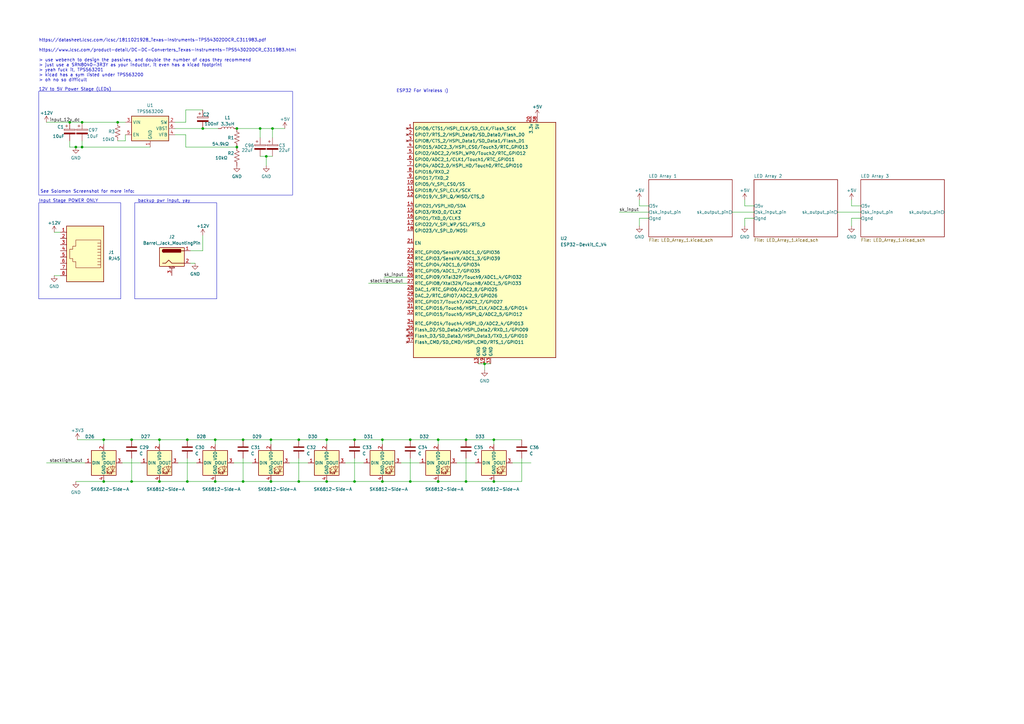
<source format=kicad_sch>
(kicad_sch (version 20230121) (generator eeschema)
  (paper "A3")
  (title_block (title "Team Segment Timer") (date "2023-05-06") (rev "0.1b") (company "Garden State Combat Robotics League"))
  (lib_symbols
    (symbol "Connector:RJ45" (pin_names (offset 1.016))
      (property "Reference" "J" (at -5.08 13.97 0))
      (property "Value" "RJ45" (at 2.54 13.97 0))
      (symbol "RJ45_0_1"
        (polyline (pts (xy -5.08 4.445) (xy -6.35 4.445)))
        (polyline (pts (xy -5.08 5.715) (xy -6.35 5.715)))
        (polyline (pts (xy -6.35 -3.175) (xy -5.08 -3.175) (xy -5.08 -3.175)))
        (polyline (pts (xy -6.35 -1.905) (xy -5.08 -1.905) (xy -5.08 -1.905)))
        (polyline (pts (xy -6.35 -0.635) (xy -5.08 -0.635) (xy -5.08 -0.635)))
        (polyline (pts (xy -6.35 0.635) (xy -5.08 0.635) (xy -5.08 0.635)))
        (polyline (pts (xy -6.35 1.905) (xy -5.08 1.905) (xy -5.08 1.905)))
        (polyline (pts (xy -5.08 3.175) (xy -6.35 3.175) (xy -6.35 3.175)))
        (polyline (pts (xy -6.35 -4.445) (xy -6.35 6.985) (xy 3.81 6.985) (xy 3.81 4.445) (xy 5.08 4.445) (xy 5.08 3.175) (xy 6.35 3.175) (xy 6.35 -0.635) (xy 5.08 -0.635) (xy 5.08 -1.905) (xy 3.81 -1.905) (xy 3.81 -4.445) (xy -6.35 -4.445) (xy -6.35 -4.445)))
        (rectangle (start 7.62 12.7) (end -7.62 -10.16) (stroke (width 0.254)) (fill (type background)))
      )
      (symbol "RJ45_1_1"
        (pin passive line (at 10.16 -7.62 180) (length 2.54) (name "~") (number "1"))
        (pin passive line (at 10.16 -5.08 180) (length 2.54) (name "~") (number "2"))
        (pin passive line (at 10.16 -2.54 180) (length 2.54) (name "~") (number "3"))
        (pin passive line (at 10.16 0 180) (length 2.54) (name "~") (number "4"))
        (pin passive line (at 10.16 2.54 180) (length 2.54) (name "~") (number "5"))
        (pin passive line (at 10.16 5.08 180) (length 2.54) (name "~") (number "6"))
        (pin passive line (at 10.16 7.62 180) (length 2.54) (name "~") (number "7"))
        (pin passive line (at 10.16 10.16 180) (length 2.54) (name "~") (number "8"))
      )
    )
    (symbol "Device:C" (pin_numbers hide) (pin_names (offset 0.254))
      (property "Reference" "C" (at 0.635 2.54 0))
      (property "Value" "C" (at 0.635 -2.54 0))
      (symbol "C_0_1"
        (polyline (pts (xy -2.032 -0.762) (xy 2.032 -0.762)) (stroke (width 0.508)))
        (polyline (pts (xy -2.032 0.762) (xy 2.032 0.762)) (stroke (width 0.508)))
      )
      (symbol "C_1_1"
        (pin passive line (at 0 3.81 270) (length 2.794) (name "~") (number "1"))
        (pin passive line (at 0 -3.81 90) (length 2.794) (name "~") (number "2"))
      )
    )
    (symbol "Device:C_Polarized" (pin_numbers hide) (pin_names (offset 0.254))
      (property "Reference" "C" (at 0.635 2.54 0))
      (property "Value" "C_Polarized" (at 0.635 -2.54 0))
      (symbol "C_Polarized_0_1"
        (rectangle (start -2.286 0.508) (end 2.286 1.016))
        (polyline (pts (xy -1.778 2.286) (xy -0.762 2.286)))
        (polyline (pts (xy -1.27 2.794) (xy -1.27 1.778)))
        (rectangle (start 2.286 -0.508) (end -2.286 -1.016) (fill (type outline)))
      )
      (symbol "C_Polarized_1_1"
        (pin passive line (at 0 3.81 270) (length 2.794) (name "~") (number "1"))
        (pin passive line (at 0 -3.81 90) (length 2.794) (name "~") (number "2"))
      )
    )
    (symbol "Device:L" (pin_numbers hide) (pin_names (offset 1.016) hide)
      (property "Reference" "L" (at -1.27 0 90))
      (property "Value" "L" (at 1.905 0 90))
      (symbol "L_0_1"
        (arc (start 0 -2.54) (mid 0.6323 -1.905) (end 0 -1.27))
        (arc (start 0 -1.27) (mid 0.6323 -0.635) (end 0 0))
        (arc (start 0 0) (mid 0.6323 0.635) (end 0 1.27))
        (arc (start 0 1.27) (mid 0.6323 1.905) (end 0 2.54))
      )
      (symbol "L_1_1"
        (pin passive line (at 0 3.81 270) (length 1.27) (name "1") (number "1"))
        (pin passive line (at 0 -3.81 90) (length 1.27) (name "2") (number "2"))
      )
    )
    (symbol "Device:R_US" (pin_numbers hide) (pin_names (offset 0))
      (property "Reference" "R" (at 2.54 0 90))
      (property "Value" "R_US" (at -2.54 0 90))
      (symbol "R_US_0_1"
        (polyline (pts (xy 0 -2.286) (xy 0 -2.54)))
        (polyline (pts (xy 0 2.286) (xy 0 2.54)))
        (polyline (pts (xy 0 -0.762) (xy 1.016 -1.143) (xy 0 -1.524) (xy -1.016 -1.905) (xy 0 -2.286)))
        (polyline (pts (xy 0 0.762) (xy 1.016 0.381) (xy 0 0) (xy -1.016 -0.381) (xy 0 -0.762)))
        (polyline (pts (xy 0 2.286) (xy 1.016 1.905) (xy 0 1.524) (xy -1.016 1.143) (xy 0 0.762)))
      )
      (symbol "R_US_1_1"
        (pin passive line (at 0 3.81 270) (length 1.27) (name "~") (number "1"))
        (pin passive line (at 0 -3.81 90) (length 1.27) (name "~") (number "2"))
      )
    )
    (symbol "Regulator_Switching:TPS563200"
      (property "Reference" "U" (at -7.62 6.35 0))
      (property "Value" "TPS563200" (at -2.54 6.35 0))
      (symbol "TPS563200_0_1"
        (rectangle (start -7.62 5.08) (end 7.62 -5.08) (stroke (width 0.254)) (fill (type background)))
      )
      (symbol "TPS563200_1_1"
        (pin power_in line (at 0 -7.62 90) (length 2.54) (name "GND") (number "1"))
        (pin output line (at 10.16 2.54 180) (length 2.54) (name "SW") (number "2"))
        (pin power_in line (at -10.16 2.54 0) (length 2.54) (name "VIN") (number "3"))
        (pin input line (at 10.16 -2.54 180) (length 2.54) (name "VFB") (number "4"))
        (pin input line (at -10.16 -2.54 0) (length 2.54) (name "EN") (number "5"))
        (pin passive line (at 10.16 0 180) (length 2.54) (name "VBST") (number "6"))
      )
    )
    (symbol "power:+12V" (power) (pin_names (offset 0))
      (property "Value" "+12V" (at 0 3.556 0))
      (symbol "+12V_0_1"
        (polyline (pts (xy -0.762 1.27) (xy 0 2.54)))
        (polyline (pts (xy 0 0) (xy 0 2.54)))
        (polyline (pts (xy 0 2.54) (xy 0.762 1.27)))
      )
      (symbol "+12V_1_1"
        (pin power_in line (at 0 0 90) (length 0) hide (name "+12V") (number "1"))
      )
    )
    (symbol "power:+3V3" (power) (pin_names (offset 0))
      (property "Value" "+3V3" (at 0 3.556 0))
      (symbol "+3V3_0_1"
        (polyline (pts (xy -0.762 1.27) (xy 0 2.54)))
        (polyline (pts (xy 0 0) (xy 0 2.54)))
        (polyline (pts (xy 0 2.54) (xy 0.762 1.27)))
      )
      (symbol "+3V3_1_1"
        (pin power_in line (at 0 0 90) (length 0) hide (name "+3V3") (number "1"))
      )
    )
    (symbol "power:+5V" (power) (pin_names (offset 0))
      (property "Value" "+5V" (at 0 3.556 0))
      (symbol "+5V_0_1"
        (polyline (pts (xy -0.762 1.27) (xy 0 2.54)))
        (polyline (pts (xy 0 0) (xy 0 2.54)))
        (polyline (pts (xy 0 2.54) (xy 0.762 1.27)))
      )
      (symbol "+5V_1_1"
        (pin power_in line (at 0 0 90) (length 0) hide (name "+5V") (number "1"))
      )
    )
    (symbol "power:GND" (power) (pin_names (offset 0))
      (property "Value" "GND" (at 0 -3.81 0))
      (symbol "GND_0_1"
        (polyline (pts (xy 0 0) (xy 0 -1.27) (xy 1.27 -1.27) (xy 0 -2.54) (xy -1.27 -1.27) (xy 0 -1.27)))
      )
      (symbol "GND_1_1"
        (pin power_in line (at 0 0 270) (length 0) hide (name "GND") (number "1"))
      )
    )
    (symbol "symbols:Barrel_Jack_MountingPin" (pin_names hide)
      (property "Reference" "J" (at 0 5.334 0))
      (property "Value" "Barrel_Jack_MountingPin" (at 1.27 -6.35 0))
      (symbol "Barrel_Jack_MountingPin_0_1"
        (rectangle (start -5.08 3.81) (end 5.08 -3.81) (stroke (width 0.254)) (fill (type background)))
        (arc (start -3.302 3.175) (mid -3.9343 2.54) (end -3.302 1.905) (stroke (width 0.254)))
        (arc (start -3.302 3.175) (mid -3.9343 2.54) (end -3.302 1.905) (stroke (width 0.254)) (fill (type outline)))
        (polyline (pts (xy 5.08 2.54) (xy 3.81 2.54)) (stroke (width 0.254)))
        (polyline (pts (xy -3.81 -2.54) (xy -2.54 -2.54) (xy -1.27 -1.27) (xy 0 -2.54) (xy 2.54 -2.54) (xy 5.08 -2.54)) (stroke (width 0.254)))
        (rectangle (start 3.683 3.175) (end -3.302 1.905) (stroke (width 0.254)) (fill (type outline)))
      )
      (symbol "Barrel_Jack_MountingPin_1_1"
        (polyline (pts (xy -1.016 -4.572) (xy 1.016 -4.572)) (stroke (width 0.1524)))
        (text "Mounting" (at 0 -4.191 0) (effects (font (size 0.381 0.381))))
        (pin passive line (at 7.62 2.54 180) (length 2.54) (name "~") (number "1"))
        (pin passive line (at 7.62 -2.54 180) (length 2.54) (name "~") (number "2"))
        (pin passive line (at 0 -7.62 90) (length 3.048) (name "MountPin") (number "3"))
      )
    )
    (symbol "symbols:ESP32-Devkit_C_V4"
      (property "Reference" "U3" (at 48.26 -19.685 0))
      (property "Value" "ESP32-Devkit_C_V4" (at 48.26 -22.225 0))
      (symbol "ESP32-Devkit_C_V4_0_1"
        (rectangle (start -12.7 27.94) (end 45.72 -68.58) (stroke (width 0.254)) (fill (type background)))
      )
      (symbol "ESP32-Devkit_C_V4_1_1"
        (pin no_connect line (at -15.24 25.4 0) (length 2.54) (name "GPIO6/CTS1/HSPI_CLK/SD_CLK/Flash_SCK") (number "1"))
        (pin bidirectional line (at -15.24 2.54 0) (length 2.54) (name "GPIO5/V_SPI_CS0/SS") (number "10"))
        (pin bidirectional line (at -15.24 0 0) (length 2.54) (name "GPIO18/V_SPI_CLK/SCK") (number "11"))
        (pin bidirectional line (at -15.24 -2.54 0) (length 2.54) (name "GPIO19/V_SPI_Q/MISO/CTS_0") (number "12"))
        (pin bidirectional line (at 13.97 -71.12 90) (length 2.54) (name "GND") (number "13"))
        (pin bidirectional line (at -15.24 -6.35 0) (length 2.54) (name "GPIO21/VSPI_HD/SDA") (number "14"))
        (pin bidirectional line (at -15.24 -8.89 0) (length 2.54) (name "GPIO3/RXD_0/CLK2") (number "15"))
        (pin bidirectional line (at -15.24 -11.43 0) (length 2.54) (name "GPIO1/TXD_0/CLK3") (number "16"))
        (pin bidirectional line (at -15.24 -13.97 0) (length 2.54) (name "GPIO22/V_SPI_WP/SCL/RTS_0") (number "17"))
        (pin bidirectional line (at -15.24 -16.51 0) (length 2.54) (name "GPIO23/V_SPI_D/MOSI") (number "18"))
        (pin bidirectional line (at 16.51 -71.12 90) (length 2.54) (name "GND") (number "19"))
        (pin no_connect line (at -15.24 22.86 0) (length 2.54) (name "GPIO7/RTS_2/HSPI_Data0/SD_Data0/Flash_D0") (number "2"))
        (pin power_in line (at 35.56 30.48 270) (length 2.54) (name "3.3v") (number "20"))
        (pin bidirectional line (at -15.24 -21.59 0) (length 2.54) (name "EN") (number "21"))
        (pin bidirectional line (at -15.24 -25.4 0) (length 2.54) (name "RTC_GPIO0/SensVP/ADC1_0/GPIO36") (number "22"))
        (pin bidirectional line (at -15.24 -27.94 0) (length 2.54) (name "RTC_GPIO3/SensVN/ADC1_3/GPIO39") (number "23"))
        (pin bidirectional line (at -15.24 -30.48 0) (length 2.54) (name "RTC_GPIO4/ADC1_6/GPIO34") (number "24"))
        (pin bidirectional line (at -15.24 -33.02 0) (length 2.54) (name "RTC_GPIO5/ADC1_7/GPIO35") (number "25"))
        (pin bidirectional line (at -15.24 -35.56 0) (length 2.54) (name "RTC_GPIO9/XTal32P/Touch9/ADC1_4/GPIO32") (number "26"))
        (pin bidirectional line (at -15.24 -38.1 0) (length 2.54) (name "RTC_GPIO8/Xtal32N/Touch8/ADC1_5/GPIO33") (number "27"))
        (pin bidirectional line (at -15.24 -40.64 0) (length 2.54) (name "DAC_1/RTC_GPIO6/ADC2_8/GPIO25") (number "28"))
        (pin bidirectional line (at -15.24 -43.18 0) (length 2.54) (name "DAC_2/RTC_GPIO7/ADC2_9/GPIO26") (number "29"))
        (pin no_connect line (at -15.24 20.32 0) (length 2.54) (name "GPIO8/CTS_2/HSPI_Data1/SD_Data1/Flash_D1") (number "3"))
        (pin bidirectional line (at -15.24 -45.72 0) (length 2.54) (name "RTC_GPIO17/Touch7/ADC2_7/GPIO27") (number "30"))
        (pin bidirectional line (at -15.24 -48.26 0) (length 2.54) (name "RTC_GPIO16/Touch6/HSPI_CLK/ADC2_6/GPIO14") (number "31"))
        (pin bidirectional line (at -15.24 -50.8 0) (length 2.54) (name "RTC_GPIO15/Touch5/HSPI_Q/ADC2_5/GPIO12") (number "32"))
        (pin bidirectional line (at 19.05 -71.12 90) (length 2.54) (name "GND") (number "33"))
        (pin bidirectional line (at -15.24 -54.61 0) (length 2.54) (name "RTC_GPIO14/Touch4/HSPI_ID/ADC2_4/GPIO13") (number "34"))
        (pin no_connect line (at -15.24 -57.15 0) (length 2.54) (name "Flash_D2/SD_Data2/HSPI_Data2/RXD_1/GPIO09") (number "35"))
        (pin no_connect line (at -15.24 -59.69 0) (length 2.54) (name "Flash_D3/SD_Data3/HSPI_Data3/TXD_1/GPIO10") (number "36"))
        (pin no_connect line (at -15.24 -62.23 0) (length 2.54) (name "Flash_CMD/SD_CMD/HSPI_CMD/RTS_1/GPIO11") (number "37"))
        (pin power_in line (at 38.1 30.48 270) (length 2.54) (name "5V") (number "38"))
        (pin bidirectional line (at -15.24 17.78 0) (length 2.54) (name "GPIO15/ADC2_3/HSPI_CS0/Touch3/RTC_GPIO13") (number "4"))
        (pin bidirectional line (at -15.24 15.24 0) (length 2.54) (name "GPIO2/ADC2_2/HSPI_WP0/Touch2/RTC_GPIO12") (number "5"))
        (pin bidirectional line (at -15.24 12.7 0) (length 2.54) (name "GPIO0/ADC2_1/CLK1/Touch1/RTC_GPIO11") (number "6"))
        (pin bidirectional line (at -15.24 10.16 0) (length 2.54) (name "GPIO4/ADC2_0/HSPI_HD/Touch0/RTC_GPIO10") (number "7"))
        (pin bidirectional line (at -15.24 7.62 0) (length 2.54) (name "GPIO16/RXD_2") (number "8"))
        (pin bidirectional line (at -15.24 5.08 0) (length 2.54) (name "GPIO17/TXD_2") (number "9"))
      )
    )
    (symbol "symbols:SK6812_Side_A" (pin_names (offset 0.254))
      (property "Reference" "D" (at 5.08 5.715 0))
      (property "Value" "SK6812-Side-A" (at 1.27 -5.715 0))
      (symbol "SK6812_Side_A_0_0"
        (text "RGB" (at 2.286 -4.191 0) (effects (font (size 0.762 0.762))))
      )
      (symbol "SK6812_Side_A_0_1"
        (polyline (pts (xy 1.27 -3.556) (xy 1.778 -3.556)))
        (polyline (pts (xy 1.27 -2.54) (xy 1.778 -2.54)))
        (polyline (pts (xy 4.699 -3.556) (xy 2.667 -3.556)))
        (polyline (pts (xy 2.286 -2.54) (xy 1.27 -3.556) (xy 1.27 -3.048)))
        (polyline (pts (xy 2.286 -1.524) (xy 1.27 -2.54) (xy 1.27 -2.032)))
        (polyline (pts (xy 3.683 -1.016) (xy 3.683 -3.556) (xy 3.683 -4.064)))
        (polyline (pts (xy 4.699 -1.524) (xy 2.667 -1.524) (xy 3.683 -3.556) (xy 4.699 -1.524)))
        (rectangle (start 5.08 5.08) (end -5.08 -5.08) (stroke (width 0.254)) (fill (type background)))
      )
      (symbol "SK6812_Side_A_1_1"
        (pin input line (at -7.62 0 0) (length 2.54) (name "DIN") (number "1"))
        (pin power_in line (at 0 7.62 270) (length 2.54) (name "VDD") (number "2"))
        (pin output line (at 7.62 0 180) (length 2.54) (name "DOUT") (number "3"))
        (pin power_in line (at 0 -7.62 90) (length 2.54) (name "GND") (number "4"))
      )
    )
  )
  (junction (at 65.405 180.34))
  (junction (at 28.575 50.165))
  (junction (at 97.155 60.325))
  (junction (at 111.125 197.485))
  (junction (at 111.76 52.705))
  (junction (at 31.115 60.325))
  (junction (at 42.545 180.34))
  (junction (at 99.695 180.34))
  (junction (at 106.68 52.705))
  (junction (at 168.275 197.485))
  (junction (at 156.845 180.34))
  (junction (at 42.545 197.485))
  (junction (at 97.155 52.705))
  (junction (at 191.135 197.485))
  (junction (at 76.835 180.34))
  (junction (at 133.985 197.485))
  (junction (at 179.705 180.34))
  (junction (at 99.695 197.485))
  (junction (at 198.755 149.225))
  (junction (at 122.555 180.34))
  (junction (at 88.265 180.34))
  (junction (at 191.135 180.34))
  (junction (at 122.555 197.485))
  (junction (at 76.835 197.485))
  (junction (at 88.265 197.485))
  (junction (at 145.415 197.485))
  (junction (at 202.565 197.485))
  (junction (at 33.655 50.165))
  (junction (at 109.22 64.135))
  (junction (at 33.655 60.325))
  (junction (at 202.565 180.34))
  (junction (at 133.985 180.34))
  (junction (at 48.26 50.165))
  (junction (at 168.275 180.34))
  (junction (at 53.975 180.34))
  (junction (at 145.415 180.34))
  (junction (at 111.125 180.34))
  (junction (at 65.405 197.485))
  (junction (at 53.975 197.485))
  (junction (at 156.845 197.485))
  (junction (at 83.185 52.705))
  (junction (at 179.705 197.485))
  (wire (pts (xy 97.155 52.705) (xy 106.68 52.705)))
  (wire (pts (xy 88.265 180.34) (xy 88.265 182.245)))
  (wire (pts (xy 65.405 180.34) (xy 65.405 182.245)))
  (wire (pts (xy 88.265 180.34) (xy 99.695 180.34)))
  (wire (pts (xy 262.255 84.455) (xy 266.065 84.455)))
  (wire (pts (xy 33.655 57.785) (xy 33.655 60.325)))
  (wire (pts (xy 106.68 52.705) (xy 111.76 52.705)))
  (wire (pts (xy 71.755 50.165) (xy 76.2 50.165)))
  (wire (pts (xy 349.25 81.915) (xy 349.25 84.455)))
  (wire (pts (xy 122.555 197.485) (xy 122.555 187.96)))
  (wire (pts (xy 213.995 197.485) (xy 213.995 187.96)))
  (wire (pts (xy 53.975 197.485) (xy 65.405 197.485)))
  (wire (pts (xy 76.835 197.485) (xy 76.835 187.96)))
  (wire (pts (xy 191.135 197.485) (xy 191.135 187.96)))
  (wire (pts (xy 22.225 95.25) (xy 24.765 95.25)))
  (wire (pts (xy 349.25 84.455) (xy 353.06 84.455)))
  (wire (pts (xy 300.355 86.995) (xy 309.245 86.995)))
  (wire (pts (xy 133.985 180.34) (xy 133.985 182.245)))
  (wire (pts (xy 168.275 197.485) (xy 179.705 197.485)))
  (wire (pts (xy 99.695 197.485) (xy 111.125 197.485)))
  (wire (pts (xy 145.415 197.485) (xy 156.845 197.485)))
  (wire (pts (xy 76.835 180.34) (xy 88.265 180.34)))
  (wire (pts (xy 76.2 45.085) (xy 83.185 45.085)))
  (wire (pts (xy 111.125 180.34) (xy 122.555 180.34)))
  (wire (pts (xy 19.05 50.165) (xy 28.575 50.165)))
  (wire (pts (xy 305.435 81.915) (xy 305.435 84.455)))
  (wire (pts (xy 31.75 180.34) (xy 42.545 180.34)))
  (wire (pts (xy 51.435 55.245) (xy 51.435 57.785)))
  (wire (pts (xy 83.185 102.87) (xy 78.105 102.87)))
  (wire (pts (xy 133.985 197.485) (xy 145.415 197.485)))
  (wire (pts (xy 88.265 197.485) (xy 99.695 197.485)))
  (wire (pts (xy 191.135 197.485) (xy 202.565 197.485)))
  (wire (pts (xy 19.05 189.865) (xy 34.925 189.865)))
  (wire (pts (xy 106.68 56.515) (xy 106.68 52.705)))
  (wire (pts (xy 65.405 197.485) (xy 76.835 197.485)))
  (wire (pts (xy 76.2 60.325) (xy 97.155 60.325)))
  (wire (pts (xy 262.255 89.535) (xy 262.255 92.71)))
  (wire (pts (xy 76.2 45.085) (xy 76.2 50.165)))
  (wire (pts (xy 73.025 189.865) (xy 80.645 189.865)))
  (wire (pts (xy 65.405 180.34) (xy 76.835 180.34)))
  (wire (pts (xy 78.105 107.95) (xy 80.01 107.95)))
  (wire (pts (xy 167.005 116.205) (xy 151.13 116.205)))
  (wire (pts (xy 111.76 56.515) (xy 111.76 52.705)))
  (wire (pts (xy 266.065 89.535) (xy 262.255 89.535)))
  (wire (pts (xy 53.975 180.34) (xy 65.405 180.34)))
  (wire (pts (xy 71.755 52.705) (xy 83.185 52.705)))
  (wire (pts (xy 202.565 180.34) (xy 213.995 180.34)))
  (wire (pts (xy 179.705 180.34) (xy 191.135 180.34)))
  (wire (pts (xy 202.565 197.485) (xy 213.995 197.485)))
  (wire (pts (xy 198.755 151.765) (xy 198.755 149.225)))
  (wire (pts (xy 83.185 96.52) (xy 83.185 102.87)))
  (wire (pts (xy 51.435 57.785) (xy 48.26 57.785)))
  (wire (pts (xy 111.125 180.34) (xy 111.125 182.245)))
  (wire (pts (xy 179.705 180.34) (xy 179.705 182.245)))
  (wire (pts (xy 198.755 149.225) (xy 201.295 149.225)))
  (wire (pts (xy 83.185 52.705) (xy 89.535 52.705)))
  (wire (pts (xy 202.565 180.34) (xy 202.565 182.245)))
  (wire (pts (xy 111.125 197.485) (xy 122.555 197.485)))
  (wire (pts (xy 95.885 189.865) (xy 103.505 189.865)))
  (wire (pts (xy 118.745 189.865) (xy 126.365 189.865)))
  (wire (pts (xy 53.975 197.485) (xy 53.975 187.96)))
  (wire (pts (xy 99.695 180.34) (xy 111.125 180.34)))
  (wire (pts (xy 48.26 50.165) (xy 51.435 50.165)))
  (wire (pts (xy 33.655 50.165) (xy 48.26 50.165)))
  (wire (pts (xy 71.755 55.245) (xy 76.2 55.245)))
  (wire (pts (xy 168.275 197.485) (xy 168.275 187.96)))
  (wire (pts (xy 349.25 89.535) (xy 349.25 92.71)))
  (wire (pts (xy 133.985 180.34) (xy 145.415 180.34)))
  (wire (pts (xy 157.48 113.665) (xy 167.005 113.665)))
  (wire (pts (xy 141.605 189.865) (xy 149.225 189.865)))
  (wire (pts (xy 305.435 84.455) (xy 309.245 84.455)))
  (wire (pts (xy 28.575 60.325) (xy 28.575 57.785)))
  (wire (pts (xy 168.275 180.34) (xy 179.705 180.34)))
  (wire (pts (xy 22.225 113.03) (xy 24.765 113.03)))
  (wire (pts (xy 76.2 55.245) (xy 76.2 60.325)))
  (wire (pts (xy 210.185 189.865) (xy 217.805 189.865)))
  (wire (pts (xy 50.165 189.865) (xy 57.785 189.865)))
  (wire (pts (xy 106.68 64.135) (xy 109.22 64.135)))
  (wire (pts (xy 343.535 86.995) (xy 353.06 86.995)))
  (wire (pts (xy 179.705 197.485) (xy 191.135 197.485)))
  (wire (pts (xy 196.215 149.225) (xy 198.755 149.225)))
  (wire (pts (xy 191.135 180.34) (xy 202.565 180.34)))
  (wire (pts (xy 122.555 180.34) (xy 133.985 180.34)))
  (wire (pts (xy 309.245 89.535) (xy 305.435 89.535)))
  (wire (pts (xy 31.115 60.325) (xy 28.575 60.325)))
  (wire (pts (xy 111.76 52.705) (xy 116.84 52.705)))
  (wire (pts (xy 164.465 189.865) (xy 172.085 189.865)))
  (wire (pts (xy 254 86.995) (xy 266.065 86.995)))
  (wire (pts (xy 33.655 60.325) (xy 31.115 60.325)))
  (wire (pts (xy 109.22 64.135) (xy 109.22 67.945)))
  (wire (pts (xy 42.545 180.34) (xy 53.975 180.34)))
  (wire (pts (xy 76.835 197.485) (xy 88.265 197.485)))
  (wire (pts (xy 353.06 89.535) (xy 349.25 89.535)))
  (wire (pts (xy 109.22 64.135) (xy 111.76 64.135)))
  (wire (pts (xy 156.845 197.485) (xy 168.275 197.485)))
  (wire (pts (xy 42.545 197.485) (xy 53.975 197.485)))
  (wire (pts (xy 145.415 180.34) (xy 156.845 180.34)))
  (wire (pts (xy 99.695 197.485) (xy 99.695 187.96)))
  (wire (pts (xy 122.555 197.485) (xy 133.985 197.485)))
  (wire (pts (xy 31.115 197.485) (xy 42.545 197.485)))
  (wire (pts (xy 187.325 189.865) (xy 194.945 189.865)))
  (wire (pts (xy 156.845 180.34) (xy 168.275 180.34)))
  (wire (pts (xy 156.845 180.34) (xy 156.845 182.245)))
  (wire (pts (xy 262.255 81.915) (xy 262.255 84.455)))
  (wire (pts (xy 28.575 50.165) (xy 33.655 50.165)))
  (wire (pts (xy 145.415 197.485) (xy 145.415 187.96)))
  (wire (pts (xy 33.655 60.325) (xy 61.595 60.325)))
  (wire (pts (xy 305.435 89.535) (xy 305.435 92.71)))
  (wire (pts (xy 42.545 180.34) (xy 42.545 182.245)))
  (rectangle (start 15.875 83.185) (end 49.53 122.555))
  (rectangle (start 15.875 37.465) (end 120.015 80.01))
  (rectangle (start 55.245 83.185) (end 88.9 122.555))
  (text "ESP32 For Wireless :)" (at 162.56 38.1 0) (effects (font (size 1.27 1.27)) (justify left bottom)))
  (text "Input Stage POWER ONLY" (at 15.875 83.185 0) (effects (font (size 1.27 1.27)) (justify left bottom)))
  (text "12V to 5V Power Stage (LEDs)" (at 15.875 37.465 0) (effects (font (size 1.27 1.27)) (justify left bottom)))
  (text "See Solomon Screenshot for more info: " (at 16.51 79.375 0) (effects (font (size 1.27 1.27)) (justify left bottom)))
  (text "https://datasheet.lcsc.com/lcsc/1811021928_Texas-Instruments-TPS54302DDCR_C311983.pdf\n\nhttps://www.lcsc.com/product-detail/DC-DC-Converters_Texas-Instruments-TPS54302DDCR_C311983.html\n\n> use webench to design the passives, and double the number of caps they recommend\n> just use a SRN8040-3R3Y as your inductor, it even has a kicad footprint\n> yeah fuck it, TPS563201\n> kicad has a sym listed under TPS563200\n> oh no so difficult" (at 15.875 33.655 0) (effects (font (size 1.27 1.27)) (justify left bottom)))
  (text "backup pwr input, yay" (at 56.515 83.185 0) (effects (font (size 1.27 1.27)) (justify left bottom)))
  (label "stacklight_out" (at 20.32 189.865 0))
  (label "sk_input" (at 157.48 113.665 0))
  (label "sk_input" (at 254 86.995 0))
  (label "stacklight_out" (at 151.765 116.205 0))
  (label "input_12v_dc" (at 20.32 50.165 0))
  (symbol (lib_id "symbols:Barrel_Jack_MountingPin") (at 70.485 105.41 0) (unit 1)
    (property "Reference" "J2" (at 70.485 97.155 0))
    (property "Value" "Barrel_Jack_MountingPin" (at 70.485 99.695 0))
    (property "Footprint" "Connector_BarrelJack:BarrelJack_Horizontal" (effects hide))
  )
  (symbol (lib_id "power:+5V") (at 220.345 47.625 0) (unit 1)
    (property "Reference" "#PWR012" (effects hide))
    (property "Value" "+5V" (at 220.345 43.815 0))
  )
  (symbol (lib_id "power:GND") (at 31.115 60.325 0) (unit 1)
    (property "Reference" "#PWR02" (effects hide))
    (property "Value" "GND" (at 31.115 64.77 0))
  )
  (symbol (lib_id "Device:C_Polarized") (at 83.185 48.895 0) (unit 1)
    (property "Reference" "C2" (at 83.185 46.99 0) (effects (justify left)))
    (property "Value" "100nF" (at 83.82 50.8 0) (effects (justify left)))
    (property "Footprint" "Capacitor_SMD:C_1206_3216Metric_Pad1.33x1.80mm_HandSolder" (effects hide))
    (property "Datasheet" "https://datasheet.lcsc.com/lcsc/1810231215_YAGEO-CC1206KRX7R9BB104_C82601.pdf" (effects hide))
    (property "LCSC" "https://www.lcsc.com/product-detail/Multilayer-Ceramic-Capacitors-MLCC-SMD-SMT_YAGEO-CC1206KRX7R9BB104_C82601.html" (effects hide))
  )
  (symbol (lib_id "power:GND") (at 305.435 92.71 0) (unit 1)
    (property "Reference" "#PWR020" (effects hide))
    (property "Value" "GND" (at 305.435 97.155 0))
  )
  (symbol (lib_id "Device:C") (at 191.135 184.15 0) (unit 1)
    (property "Reference" "C35" (at 194.31 183.515 0) (effects (justify left)))
    (property "Value" "C" (at 194.31 186.055 0) (effects (justify left)))
  )
  (symbol (lib_id "Device:C_Polarized") (at 111.76 60.325 0) (unit 1)
    (property "Reference" "C3" (at 114.3 59.69 0) (effects (justify left)))
    (property "Value" "22uF" (at 114.3 61.595 0) (effects (justify left)))
    (property "Footprint" "Capacitor_SMD:CP_Elec_5x5.4" (effects hide))
    (property "LCSC" "https://www.lcsc.com/product-detail/Aluminum-Electrolytic-Capacitors-SMD_ROQANG-VT1V220M0505_C239256.html" (effects hide))
  )
  (symbol (lib_id "Regulator_Switching:TPS563200") (at 61.595 52.705 0) (unit 1)
    (property "Reference" "U1" (at 61.595 43.18 0))
    (property "Value" "TPS563200" (at 61.595 45.72 0))
    (property "Footprint" "Package_TO_SOT_SMD:SOT-23-6" (effects hide))
    (property "Datasheet" "https://datasheet.lcsc.com/lcsc/1811151432_Texas-Instruments-TPS563201DDCR_C116592.pdf" (effects hide))
    (property "Note" "This is actually a TPS563201, but we're using the footprint for sanity.  Yay!" (effects hide))
  )
  (symbol (lib_id "power:+12V") (at 19.05 50.165 0) (unit 1)
    (property "Reference" "#PWR01" (effects hide))
    (property "Value" "+12V" (at 19.05 46.355 0))
  )
  (symbol (lib_id "symbols:SK6812_Side_A") (at 202.565 189.865 0) (unit 1)
    (property "Reference" "D33" (at 196.85 179.07 0))
    (property "Value" "SK6812-Side-A" (at 205.105 200.66 0))
    (property "Footprint" "footprints:SK6812-Side-A" (effects hide))
    (property "Datasheet" "http://www.normandled.com/upload/201810/SK6812%20SIDE-A%20LED%20Datasheet.pdf" (effects hide))
  )
  (symbol (lib_id "Device:R_US") (at 97.155 64.135 0) (unit 1)
    (property "Reference" "R2" (at 93.345 62.865 0) (effects (justify left)))
    (property "Value" "10kΩ" (at 88.265 64.77 0) (effects (justify left)))
    (property "Footprint" "Resistor_SMD:R_0805_2012Metric_Pad1.20x1.40mm_HandSolder" (effects hide))
    (property "LCSC" "https://www.lcsc.com/product-detail/Chip-Resistor-Surface-Mount_Viking-Tech-ARG05BTC1002_C406725.html" (effects hide))
  )
  (symbol (lib_id "symbols:SK6812_Side_A") (at 179.705 189.865 0) (unit 1)
    (property "Reference" "D32" (at 173.99 179.07 0))
    (property "Value" "SK6812-Side-A" (at 182.245 200.66 0))
    (property "Footprint" "footprints:SK6812-Side-A" (effects hide))
    (property "Datasheet" "http://www.normandled.com/upload/201810/SK6812%20SIDE-A%20LED%20Datasheet.pdf" (effects hide))
  )
  (symbol (lib_id "power:GND") (at 80.01 107.95 0) (unit 1)
    (property "Reference" "#PWR034" (effects hide))
    (property "Value" "GND" (at 80.01 112.395 0))
  )
  (symbol (lib_id "power:GND") (at 262.255 92.71 0) (unit 1)
    (property "Reference" "#PWR018" (effects hide))
    (property "Value" "GND" (at 262.255 97.155 0))
  )
  (symbol (lib_id "Device:C_Polarized") (at 33.655 53.975 0) (unit 1)
    (property "Reference" "C97" (at 36.195 53.34 0) (effects (justify left)))
    (property "Value" "10uF" (at 35.56 55.88 0) (effects (justify left)))
    (property "Footprint" "Capacitor_SMD:C_1206_3216Metric_Pad1.33x1.80mm_HandSolder" (effects hide))
    (property "LCSC" "https://www.lcsc.com/product-detail/Multilayer-Ceramic-Capacitors-MLCC-SMD-SMT_Samsung-Electro-Mechanics-CL31A106KBHNNNE_C13585.html" (effects hide))
  )
  (symbol (lib_id "power:GND") (at 349.25 92.71 0) (unit 1)
    (property "Reference" "#PWR027" (effects hide))
    (property "Value" "GND" (at 349.25 97.155 0))
  )
  (symbol (lib_id "Device:R_US") (at 48.26 53.975 0) (unit 1)
    (property "Reference" "R3" (at 44.45 53.975 0) (effects (justify left)))
    (property "Value" "10kΩ" (at 41.91 57.15 0) (effects (justify left)))
    (property "Footprint" "Resistor_SMD:R_0805_2012Metric_Pad1.20x1.40mm_HandSolder" (effects hide))
    (property "LCSC" "https://www.lcsc.com/product-detail/Chip-Resistor-Surface-Mount_Viking-Tech-ARG05BTC1002_C406725.html" (effects hide))
  )
  (symbol (lib_id "Connector:RJ45") (at 34.925 102.87 180) (unit 1)
    (property "Reference" "J1" (at 44.45 103.505 0) (effects (justify right)))
    (property "Value" "RJ45" (at 44.45 106.045 0) (effects (justify right)))
    (property "Footprint" "footprints:RCH RC00139" (effects hide))
  )
  (symbol (lib_id "Device:L") (at 93.345 52.705 90) (unit 1)
    (property "Reference" "L1" (at 93.345 48.26 90))
    (property "Value" "3.3uH" (at 93.345 50.8 90))
    (property "Footprint" "Inductor_SMD:L_Bourns_SRN8040TA" (effects hide))
    (property "Datasheet" "https://datasheet.lcsc.com/lcsc/2012151538_BOURNS-SRN8040-3R3Y_C780188.pdf" (effects hide))
    (property "LCSC" "https://www.lcsc.com/product-detail/Power-Inductors_BOURNS-SRN8040-3R3Y_C780188.html" (effects hide))
  )
  (symbol (lib_id "Device:C") (at 168.275 184.15 0) (unit 1)
    (property "Reference" "C34" (at 171.45 183.515 0) (effects (justify left)))
    (property "Value" "C" (at 171.45 186.055 0) (effects (justify left)))
  )
  (symbol (lib_id "Device:R_US") (at 97.155 56.515 0) (unit 1)
    (property "Reference" "R1" (at 93.345 56.515 0) (effects (justify left)))
    (property "Value" "54.9kΩ" (at 86.995 59.055 0) (effects (justify left)))
    (property "Footprint" "Resistor_SMD:R_0805_2012Metric_Pad1.20x1.40mm_HandSolder" (effects hide))
    (property "Datasheet" "https://datasheet.lcsc.com/lcsc/2210182130_YAGEO-RT0805BRD0754K9L_C865555.pdf" (effects hide))
    (property "LCSC" "https://www.lcsc.com/product-detail/Chip-Resistor-Surface-Mount_YAGEO-RT0805BRD0754K9L_C865555.html" (effects hide))
  )
  (symbol (lib_id "power:+5V") (at 262.255 81.915 0) (unit 1)
    (property "Reference" "#PWR08" (effects hide))
    (property "Value" "+5V" (at 262.255 78.105 0))
  )
  (symbol (lib_id "Device:C") (at 122.555 184.15 0) (unit 1)
    (property "Reference" "C32" (at 125.73 183.515 0) (effects (justify left)))
    (property "Value" "C" (at 125.73 186.055 0) (effects (justify left)))
  )
  (symbol (lib_id "power:+12V") (at 22.225 95.25 0) (unit 1)
    (property "Reference" "#PWR010" (effects hide))
    (property "Value" "+12V" (at 22.225 91.44 0))
  )
  (symbol (lib_id "symbols:SK6812_Side_A") (at 133.985 189.865 0) (unit 1)
    (property "Reference" "D30" (at 128.27 179.07 0))
    (property "Value" "SK6812-Side-A" (at 136.525 200.66 0))
    (property "Footprint" "footprints:SK6812-Side-A" (effects hide))
    (property "Datasheet" "http://www.normandled.com/upload/201810/SK6812%20SIDE-A%20LED%20Datasheet.pdf" (effects hide))
  )
  (symbol (lib_id "power:GND") (at 31.115 197.485 0) (unit 1)
    (property "Reference" "#PWR015" (effects hide))
    (property "Value" "GND" (at 31.115 201.93 0))
  )
  (symbol (lib_id "Device:C_Polarized") (at 28.575 53.975 0) (unit 1)
    (property "Reference" "C1" (at 23.495 52.07 0) (effects (justify left)))
    (property "Value" "10uF" (at 21.59 55.88 0) (effects (justify left)))
    (property "Footprint" "Capacitor_SMD:C_1206_3216Metric_Pad1.33x1.80mm_HandSolder" (effects hide))
    (property "LCSC" "https://www.lcsc.com/product-detail/Multilayer-Ceramic-Capacitors-MLCC-SMD-SMT_Samsung-Electro-Mechanics-CL31A106KBHNNNE_C13585.html" (effects hide))
  )
  (symbol (lib_id "Device:C") (at 99.695 184.15 0) (unit 1)
    (property "Reference" "C31" (at 102.87 183.515 0) (effects (justify left)))
    (property "Value" "C" (at 102.87 186.055 0) (effects (justify left)))
  )
  (symbol (lib_id "Device:C") (at 76.835 184.15 0) (unit 1)
    (property "Reference" "C30" (at 80.01 183.515 0) (effects (justify left)))
    (property "Value" "C" (at 80.01 186.055 0) (effects (justify left)))
  )
  (symbol (lib_id "power:GND") (at 198.755 151.765 0) (unit 1)
    (property "Reference" "#PWR09" (effects hide))
    (property "Value" "GND" (at 198.755 156.21 0))
  )
  (symbol (lib_id "power:+5V") (at 349.25 81.915 0) (unit 1)
    (property "Reference" "#PWR026" (effects hide))
    (property "Value" "+5V" (at 349.25 78.105 0))
  )
  (symbol (lib_id "power:+12V") (at 83.185 96.52 0) (unit 1)
    (property "Reference" "#PWR033" (effects hide))
    (property "Value" "+12V" (at 83.185 92.71 0))
  )
  (symbol (lib_id "power:GND") (at 97.155 67.945 0) (unit 1)
    (property "Reference" "#PWR03" (effects hide))
    (property "Value" "GND" (at 97.155 72.39 0))
  )
  (symbol (lib_id "Device:C") (at 53.975 184.15 0) (unit 1)
    (property "Reference" "C29" (at 57.15 183.515 0) (effects (justify left)))
    (property "Value" "C" (at 57.15 186.055 0) (effects (justify left)))
  )
  (symbol (lib_id "symbols:SK6812_Side_A") (at 111.125 189.865 0) (unit 1)
    (property "Reference" "D29" (at 105.41 179.07 0))
    (property "Value" "SK6812-Side-A" (at 113.665 200.66 0))
    (property "Footprint" "footprints:SK6812-Side-A" (effects hide))
    (property "Datasheet" "http://www.normandled.com/upload/201810/SK6812%20SIDE-A%20LED%20Datasheet.pdf" (effects hide))
  )
  (symbol (lib_id "symbols:SK6812_Side_A") (at 65.405 189.865 0) (unit 1)
    (property "Reference" "D27" (at 59.69 179.07 0))
    (property "Value" "SK6812-Side-A" (at 67.945 200.66 0))
    (property "Footprint" "footprints:SK6812-Side-A" (effects hide))
    (property "Datasheet" "http://www.normandled.com/upload/201810/SK6812%20SIDE-A%20LED%20Datasheet.pdf" (effects hide))
  )
  (symbol (lib_id "symbols:ESP32-Devkit_C_V4") (at 182.245 78.105 0) (unit 1)
    (property "Reference" "U2" (at 229.87 97.79 0) (effects (justify left)))
    (property "Value" "ESP32-Devkit_C_V4" (at 229.87 100.33 0) (effects (justify left)))
    (property "Footprint" "footprints:MODULE_ESP32_DEVKIT_C_V4" (effects hide))
  )
  (symbol (lib_id "power:GND") (at 109.22 67.945 0) (unit 1)
    (property "Reference" "#PWR04" (effects hide))
    (property "Value" "GND" (at 109.22 72.39 0))
  )
  (symbol (lib_id "power:GND") (at 22.225 113.03 0) (unit 1)
    (property "Reference" "#PWR011" (effects hide))
    (property "Value" "GND" (at 22.225 117.475 0))
  )
  (symbol (lib_id "Device:C") (at 213.995 184.15 0) (unit 1)
    (property "Reference" "C36" (at 217.17 183.515 0) (effects (justify left)))
    (property "Value" "C" (at 217.17 186.055 0) (effects (justify left)))
  )
  (symbol (lib_id "power:+5V") (at 116.84 52.705 0) (unit 1)
    (property "Reference" "#PWR05" (effects hide))
    (property "Value" "+5V" (at 116.84 48.895 0))
  )
  (symbol (lib_id "power:+3V3") (at 31.75 180.34 0) (unit 1)
    (property "Reference" "#PWR017" (effects hide))
    (property "Value" "+3V3" (at 31.75 176.53 0))
  )
  (symbol (lib_id "symbols:SK6812_Side_A") (at 42.545 189.865 0) (unit 1)
    (property "Reference" "D26" (at 36.83 179.07 0))
    (property "Value" "SK6812-Side-A" (at 45.085 200.66 0))
    (property "Footprint" "footprints:SK6812-Side-A" (effects hide))
    (property "Datasheet" "http://www.normandled.com/upload/201810/SK6812%20SIDE-A%20LED%20Datasheet.pdf" (effects hide))
  )
  (symbol (lib_id "Device:C_Polarized") (at 106.68 60.325 0) (unit 1)
    (property "Reference" "C96" (at 100.33 59.69 0) (effects (justify left)))
    (property "Value" "22uF" (at 99.06 61.595 0) (effects (justify left)))
    (property "Footprint" "Capacitor_SMD:CP_Elec_5x5.4" (effects hide))
    (property "LCSC" "https://www.lcsc.com/product-detail/Aluminum-Electrolytic-Capacitors-SMD_ROQANG-VT1V220M0505_C239256.html" (effects hide))
  )
  (symbol (lib_id "symbols:SK6812_Side_A") (at 88.265 189.865 0) (unit 1)
    (property "Reference" "D28" (at 82.55 179.07 0))
    (property "Value" "SK6812-Side-A" (at 90.805 200.66 0))
    (property "Footprint" "footprints:SK6812-Side-A" (effects hide))
    (property "Datasheet" "http://www.normandled.com/upload/201810/SK6812%20SIDE-A%20LED%20Datasheet.pdf" (effects hide))
  )
  (symbol (lib_id "symbols:SK6812_Side_A") (at 156.845 189.865 0) (unit 1)
    (property "Reference" "D31" (at 151.13 179.07 0))
    (property "Value" "SK6812-Side-A" (at 159.385 200.66 0))
    (property "Footprint" "footprints:SK6812-Side-A" (effects hide))
    (property "Datasheet" "http://www.normandled.com/upload/201810/SK6812%20SIDE-A%20LED%20Datasheet.pdf" (effects hide))
  )
  (symbol (lib_id "Device:C") (at 145.415 184.15 0) (unit 1)
    (property "Reference" "C33" (at 148.59 183.515 0) (effects (justify left)))
    (property "Value" "C" (at 148.59 186.055 0) (effects (justify left)))
  )
  (symbol (lib_id "power:+5V") (at 305.435 81.915 0) (unit 1)
    (property "Reference" "#PWR019" (effects hide))
    (property "Value" "+5V" (at 305.435 78.105 0))
  )
  (sheet (at 309.245 73.66) (size 34.29 23.495) (stroke (width 0.1524))
    (property "Sheetname" "LED Array 2" (at 309.245 72.9484 0) (effects (justify left bottom)))
    (property "Sheetfile" "LED_Array_1.kicad_sch" (at 309.245 97.7396 0) (effects (justify left top)))
    (pin "sk_input_pin" output (at 309.245 86.995 180))
    (pin "gnd" output (at 309.245 89.535 180))
    (pin "5v" output (at 309.245 84.455 180))
    (pin "sk_output_pin" output (at 343.535 86.995 0))
  )
  (sheet (at 353.06 73.66) (size 34.29 23.495) (stroke (width 0.1524))
    (property "Sheetname" "LED Array 3" (at 353.06 72.9484 0) (effects (justify left bottom)))
    (property "Sheetfile" "LED_Array_1.kicad_sch" (at 353.06 97.7396 0) (effects (justify left top)))
    (pin "sk_input_pin" output (at 353.06 86.995 180))
    (pin "gnd" output (at 353.06 89.535 180))
    (pin "5v" output (at 353.06 84.455 180))
    (pin "sk_output_pin" output (at 387.35 86.995 0))
  )
  (sheet (at 266.065 73.66) (size 34.29 23.495) (stroke (width 0.1524))
    (property "Sheetname" "LED Array 1" (at 266.065 72.9484 0) (effects (justify left bottom)))
    (property "Sheetfile" "LED_Array_1.kicad_sch" (at 266.065 97.7396 0) (effects (justify left top)))
    (pin "sk_input_pin" output (at 266.065 86.995 180))
    (pin "gnd" output (at 266.065 89.535 180))
    (pin "5v" output (at 266.065 84.455 180))
    (pin "sk_output_pin" output (at 300.355 86.995 0))
  )
)
</source>
